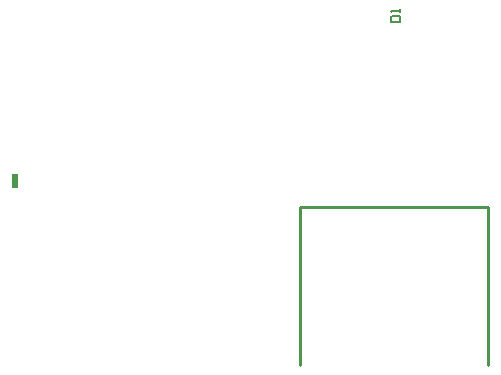
<source format=gm1>
G04*
G04 #@! TF.GenerationSoftware,Altium Limited,Altium Designer,24.0.1 (36)*
G04*
G04 Layer_Color=16711935*
%FSLAX44Y44*%
%MOMM*%
G71*
G04*
G04 #@! TF.SameCoordinates,3C6FB229-8EB3-43CD-B7CA-B0B301390D20*
G04*
G04*
G04 #@! TF.FilePolarity,Positive*
G04*
G01*
G75*
%ADD15C,0.1500*%
%ADD70C,0.2540*%
%ADD91R,0.5000X1.2000*%
D15*
X416881Y290486D02*
X424879D01*
Y294484D01*
X423546Y295817D01*
X418214D01*
X416881Y294484D01*
Y290486D01*
X424879Y298483D02*
Y301149D01*
Y299816D01*
X416881D01*
X418214Y298483D01*
D70*
X340246Y371D02*
Y133387D01*
X499262D01*
Y371D02*
Y133387D01*
D91*
X98619Y155829D02*
D03*
M02*

</source>
